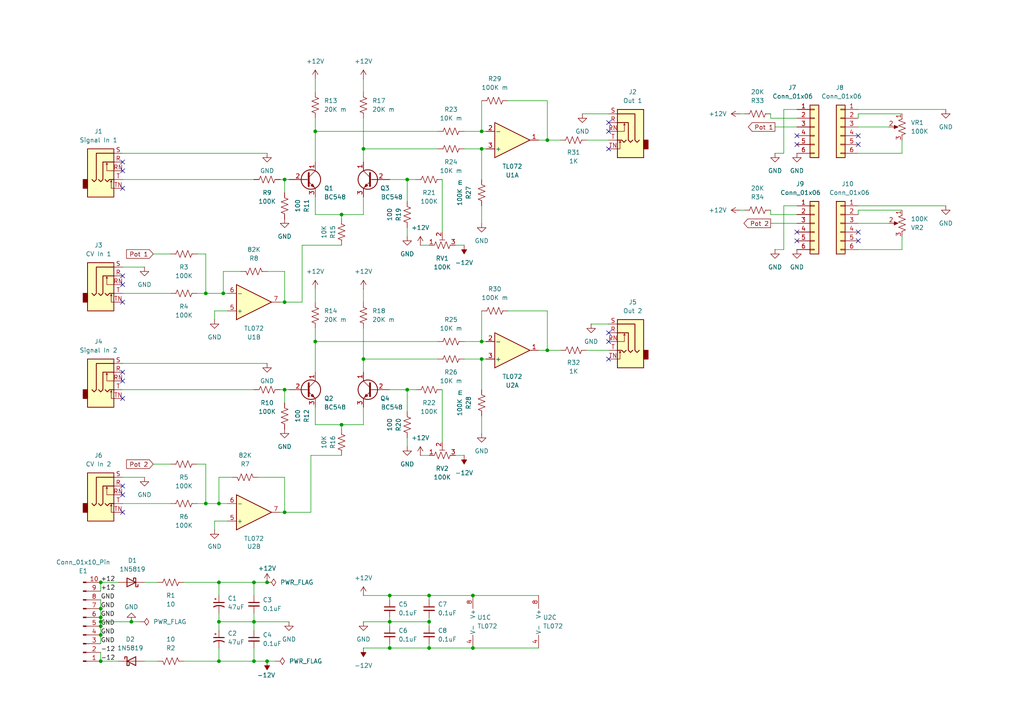
<source format=kicad_sch>
(kicad_sch (version 20231120) (generator "eeschema") (generator_version "8.0")
  (paper "A4")
  (lib_symbols
    (symbol "Amplifier_Operational:TL072" (pin_names (offset 0.127))
      (property "Reference" "U" (at 0 5.08 0))
      (property "Value" "TL072" (at 0 -5.08 0))
      (symbol "TL072_1_1"
        (pin output line (at 7.62 0 180) (length 2.54) (name "~") (number "1"))
        (pin input line (at -7.62 -2.54 0) (length 2.54) (name "-") (number "2"))
        (pin input line (at -7.62 2.54 0) (length 2.54) (name "+") (number "3"))
      )
      (symbol "TL072_2_1"
        (pin input line (at -7.62 2.54 0) (length 2.54) (name "+") (number "5"))
        (pin input line (at -7.62 -2.54 0) (length 2.54) (name "-") (number "6"))
        (pin output line (at 7.62 0 180) (length 2.54) (name "~") (number "7"))
      )
      (symbol "TL072_3_1"
        (pin power_in line (at -2.54 -7.62 90) (length 3.81) (name "V-") (number "4"))
        (pin power_in line (at -2.54 7.62 270) (length 3.81) (name "V+") (number "8"))
      )
    )
    (symbol "Connector:Conn_01x10_Pin" (pin_names (offset 1.016) hide)
      (property "Reference" "J" (at 0 12.7 0))
      (property "Value" "Conn_01x10_Pin" (at 0 -15.24 0))
      (symbol "Conn_01x10_Pin_1_1"
        (pin passive line (at 5.08 10.16 180) (length 3.81) (name "Pin_1") (number "1"))
        (pin passive line (at 5.08 -12.7 180) (length 3.81) (name "Pin_10") (number "10"))
        (pin passive line (at 5.08 7.62 180) (length 3.81) (name "Pin_2") (number "2"))
        (pin passive line (at 5.08 5.08 180) (length 3.81) (name "Pin_3") (number "3"))
        (pin passive line (at 5.08 2.54 180) (length 3.81) (name "Pin_4") (number "4"))
        (pin passive line (at 5.08 0 180) (length 3.81) (name "Pin_5") (number "5"))
        (pin passive line (at 5.08 -2.54 180) (length 3.81) (name "Pin_6") (number "6"))
        (pin passive line (at 5.08 -5.08 180) (length 3.81) (name "Pin_7") (number "7"))
        (pin passive line (at 5.08 -7.62 180) (length 3.81) (name "Pin_8") (number "8"))
        (pin passive line (at 5.08 -10.16 180) (length 3.81) (name "Pin_9") (number "9"))
      )
    )
    (symbol "Connector_Audio:AudioJack3_SwitchTR"
      (property "Reference" "J" (at 0 8.89 0))
      (property "Value" "AudioJack3_SwitchTR" (at 0 6.35 0))
      (symbol "AudioJack3_SwitchTR_1_1"
        (pin passive line (at 5.08 0 180) (length 2.54) (name "~") (number "R"))
        (pin passive line (at 5.08 -2.54 180) (length 2.54) (name "~") (number "RN"))
        (pin passive line (at 5.08 2.54 180) (length 2.54) (name "~") (number "S"))
        (pin passive line (at 5.08 -5.08 180) (length 2.54) (name "~") (number "T"))
        (pin passive line (at 5.08 -7.62 180) (length 2.54) (name "~") (number "TN"))
      )
    )
    (symbol "Connector_Generic:Conn_01x06" (pin_names (offset 1.016) hide)
      (property "Reference" "J" (at 0 7.62 0))
      (property "Value" "Conn_01x06" (at 0 -10.16 0))
      (symbol "Conn_01x06_1_1"
        (pin passive line (at -5.08 5.08 0) (length 3.81) (name "Pin_1") (number "1"))
        (pin passive line (at -5.08 2.54 0) (length 3.81) (name "Pin_2") (number "2"))
        (pin passive line (at -5.08 0 0) (length 3.81) (name "Pin_3") (number "3"))
        (pin passive line (at -5.08 -2.54 0) (length 3.81) (name "Pin_4") (number "4"))
        (pin passive line (at -5.08 -5.08 0) (length 3.81) (name "Pin_5") (number "5"))
        (pin passive line (at -5.08 -7.62 0) (length 3.81) (name "Pin_6") (number "6"))
      )
    )
    (symbol "Device:C_Polarized_Small_US" (pin_numbers hide) (pin_names (offset 0.254) hide)
      (property "Reference" "C" (at 0.254 1.778 0))
      (property "Value" "C_Polarized_Small_US" (at 0.254 -2.032 0))
      (symbol "C_Polarized_Small_US_1_1"
        (pin passive line (at 0 2.54 270) (length 2.032) (name "~") (number "1"))
        (pin passive line (at 0 -2.54 90) (length 2.032) (name "~") (number "2"))
      )
    )
    (symbol "Device:C_Small" (pin_numbers hide) (pin_names (offset 0.254) hide)
      (property "Reference" "C" (at 0.254 1.778 0))
      (property "Value" "C_Small" (at 0.254 -2.032 0))
      (symbol "C_Small_1_1"
        (pin passive line (at 0 2.54 270) (length 2.032) (name "~") (number "1"))
        (pin passive line (at 0 -2.54 90) (length 2.032) (name "~") (number "2"))
      )
    )
    (symbol "Device:R_Potentiometer_Trim_US" (pin_names (offset 1.016) hide)
      (property "Reference" "RV" (at -4.445 0 90))
      (property "Value" "R_Potentiometer_Trim_US" (at -2.54 0 90))
      (symbol "R_Potentiometer_Trim_US_1_1"
        (pin passive line (at 0 3.81 270) (length 1.27) (name "1") (number "1"))
        (pin passive line (at 3.81 0 180) (length 1.27) (name "2") (number "2"))
        (pin passive line (at 0 -3.81 90) (length 1.27) (name "3") (number "3"))
      )
    )
    (symbol "Device:R_Potentiometer_US" (pin_names (offset 1.016) hide)
      (property "Reference" "RV" (at -4.445 0 90))
      (property "Value" "R_Potentiometer_US" (at -2.54 0 90))
      (symbol "R_Potentiometer_US_1_1"
        (pin passive line (at 0 3.81 270) (length 1.27) (name "1") (number "1"))
        (pin passive line (at 3.81 0 180) (length 1.27) (name "2") (number "2"))
        (pin passive line (at 0 -3.81 90) (length 1.27) (name "3") (number "3"))
      )
    )
    (symbol "Device:R_US" (pin_numbers hide) (pin_names (offset 0))
      (property "Reference" "R" (at 2.54 0 90))
      (property "Value" "R_US" (at -2.54 0 90))
      (symbol "R_US_1_1"
        (pin passive line (at 0 3.81 270) (length 1.27) (name "~") (number "1"))
        (pin passive line (at 0 -3.81 90) (length 1.27) (name "~") (number "2"))
      )
    )
    (symbol "Diode:1N5819" (pin_numbers hide) (pin_names (offset 1.016) hide)
      (property "Reference" "D" (at 0 2.54 0))
      (property "Value" "1N5819" (at 0 -2.54 0))
      (symbol "1N5819_1_1"
        (pin passive line (at -3.81 0 0) (length 2.54) (name "K") (number "1"))
        (pin passive line (at 3.81 0 180) (length 2.54) (name "A") (number "2"))
      )
    )
    (symbol "Transistor_BJT:BC548" (pin_names (offset 0) hide)
      (property "Reference" "Q" (at 5.08 1.905 0))
      (property "Value" "BC548" (at 5.08 0 0))
      (symbol "BC548_1_1"
        (pin passive line (at 2.54 5.08 270) (length 2.54) (name "C") (number "1"))
        (pin input line (at -5.08 0 0) (length 5.08) (name "B") (number "2"))
        (pin passive line (at 2.54 -5.08 90) (length 2.54) (name "E") (number "3"))
      )
    )
    (symbol "power:+12V" (power) (pin_numbers hide) (pin_names (offset 0) hide)
      (property "Value" "+12V" (at 0 3.556 0))
      (symbol "+12V_1_1"
        (pin power_in line (at 0 0 90) (length 0) (name "~") (number "1"))
      )
    )
    (symbol "power:-12V" (power) (pin_numbers hide) (pin_names (offset 0) hide)
      (property "Value" "-12V" (at 0 3.556 0))
      (symbol "-12V_0_0"
        (pin power_in line (at 0 0 90) (length 0) (name "~") (number "1"))
      )
    )
    (symbol "power:GND" (power) (pin_numbers hide) (pin_names (offset 0) hide)
      (property "Value" "GND" (at 0 -3.81 0))
      (symbol "GND_1_1"
        (pin power_in line (at 0 0 270) (length 0) (name "~") (number "1"))
      )
    )
    (symbol "power:PWR_FLAG" (power) (pin_numbers hide) (pin_names (offset 0) hide)
      (property "Value" "PWR_FLAG" (at 0 3.81 0))
      (symbol "PWR_FLAG_0_0"
        (pin power_out line (at 0 0 90) (length 0) (name "~") (number "1"))
      )
    )
  )
  (junction (at 64.77 85.09))
  (junction (at 63.5 146.05))
  (junction (at 118.11 52.07))
  (junction (at 158.75 40.64))
  (junction (at 73.66 191.77))
  (junction (at 82.55 148.59))
  (junction (at 105.41 104.14))
  (junction (at 82.55 52.07))
  (junction (at 105.41 43.18))
  (junction (at 113.03 180.34))
  (junction (at 113.03 172.72))
  (junction (at 139.7 43.18))
  (junction (at 59.69 85.09))
  (junction (at 99.06 62.23))
  (junction (at 82.55 87.63))
  (junction (at 29.21 176.53))
  (junction (at 38.1 180.34))
  (junction (at 139.7 99.06))
  (junction (at 113.03 187.96))
  (junction (at 91.44 38.1))
  (junction (at 29.21 191.77))
  (junction (at 29.21 184.15))
  (junction (at 29.21 168.91))
  (junction (at 124.46 172.72))
  (junction (at 63.5 168.91))
  (junction (at 29.21 180.34))
  (junction (at 63.5 180.34))
  (junction (at 63.5 191.77))
  (junction (at 118.11 113.03))
  (junction (at 29.21 181.61))
  (junction (at 77.47 191.77))
  (junction (at 77.47 168.91))
  (junction (at 59.69 146.05))
  (junction (at 99.06 123.19))
  (junction (at 73.66 168.91))
  (junction (at 139.7 38.1))
  (junction (at 82.55 113.03))
  (junction (at 158.75 101.6))
  (junction (at 73.66 180.34))
  (junction (at 29.21 179.07))
  (junction (at 139.7 104.14))
  (junction (at 124.46 187.96))
  (junction (at 137.16 187.96))
  (junction (at 91.44 99.06))
  (junction (at 124.46 180.34))
  (junction (at 137.16 172.72))
  (no_connect (at 248.92 41.91))
  (no_connect (at 35.56 110.49))
  (no_connect (at 176.53 38.1))
  (no_connect (at 35.56 46.99))
  (no_connect (at 35.56 80.01))
  (no_connect (at 176.53 96.52))
  (no_connect (at 35.56 143.51))
  (no_connect (at 35.56 54.61))
  (no_connect (at 35.56 140.97))
  (no_connect (at 35.56 148.59))
  (no_connect (at 231.14 69.85))
  (no_connect (at 176.53 104.14))
  (no_connect (at 176.53 43.18))
  (no_connect (at 248.92 67.31))
  (no_connect (at 35.56 107.95))
  (no_connect (at 231.14 41.91))
  (no_connect (at 176.53 99.06))
  (no_connect (at 35.56 115.57))
  (no_connect (at 35.56 82.55))
  (no_connect (at 35.56 49.53))
  (no_connect (at 248.92 39.37))
  (no_connect (at 248.92 69.85))
  (no_connect (at 176.53 35.56))
  (no_connect (at 35.56 87.63))
  (no_connect (at 231.14 67.31))
  (no_connect (at 231.14 39.37))
  (wire (pts (xy 82.55 113.03) (xy 82.55 116.84)))
  (wire (pts (xy 91.44 57.15) (xy 91.44 62.23)))
  (wire (pts (xy 113.03 172.72) (xy 124.46 172.72)))
  (wire (pts (xy 90.17 132.08) (xy 99.06 132.08)))
  (wire (pts (xy 134.62 99.06) (xy 139.7 99.06)))
  (wire (pts (xy 156.21 101.6) (xy 158.75 101.6)))
  (wire (pts (xy 231.14 34.29) (xy 223.52 34.29)))
  (wire (pts (xy 231.14 62.23) (xy 223.52 62.23)))
  (wire (pts (xy 113.03 187.96) (xy 124.46 187.96)))
  (wire (pts (xy 63.5 177.8) (xy 63.5 180.34)))
  (wire (pts (xy 63.5 180.34) (xy 63.5 182.88)))
  (wire (pts (xy 53.34 191.77) (xy 63.5 191.77)))
  (wire (pts (xy 82.55 138.43) (xy 82.55 148.59)))
  (wire (pts (xy 118.11 52.07) (xy 120.65 52.07)))
  (wire (pts (xy 73.66 168.91) (xy 73.66 172.72)))
  (wire (pts (xy 29.21 168.91) (xy 34.29 168.91)))
  (wire (pts (xy 82.55 113.03) (xy 83.82 113.03)))
  (wire (pts (xy 124.46 179.07) (xy 124.46 180.34)))
  (wire (pts (xy 59.69 85.09) (xy 64.77 85.09)))
  (wire (pts (xy 29.21 171.45) (xy 29.21 168.91)))
  (wire (pts (xy 82.55 148.59) (xy 90.17 148.59)))
  (wire (pts (xy 105.41 104.14) (xy 127 104.14)))
  (wire (pts (xy 223.52 64.77) (xy 231.14 64.77)))
  (wire (pts (xy 59.69 73.66) (xy 59.69 85.09)))
  (wire (pts (xy 171.45 93.98) (xy 176.53 93.98)))
  (wire (pts (xy 77.47 105.41) (xy 35.56 105.41)))
  (wire (pts (xy 139.7 90.17) (xy 139.7 99.06)))
  (wire (pts (xy 35.56 113.03) (xy 73.66 113.03)))
  (wire (pts (xy 35.56 146.05) (xy 49.53 146.05)))
  (wire (pts (xy 63.5 168.91) (xy 73.66 168.91)))
  (wire (pts (xy 137.16 172.72) (xy 156.21 172.72)))
  (wire (pts (xy 73.66 187.96) (xy 73.66 191.77)))
  (wire (pts (xy 63.5 146.05) (xy 66.04 146.05)))
  (wire (pts (xy 91.44 118.11) (xy 91.44 123.19)))
  (wire (pts (xy 41.91 77.47) (xy 35.56 77.47)))
  (wire (pts (xy 99.06 124.46) (xy 99.06 123.19)))
  (wire (pts (xy 99.06 63.5) (xy 99.06 62.23)))
  (wire (pts (xy 248.92 36.83) (xy 257.81 36.83)))
  (wire (pts (xy 91.44 99.06) (xy 127 99.06)))
  (wire (pts (xy 63.5 146.05) (xy 63.5 138.43)))
  (wire (pts (xy 224.79 36.83) (xy 231.14 36.83)))
  (wire (pts (xy 63.5 138.43) (xy 67.31 138.43)))
  (wire (pts (xy 248.92 64.77) (xy 257.81 64.77)))
  (wire (pts (xy 158.75 29.21) (xy 158.75 40.64)))
  (wire (pts (xy 99.06 62.23) (xy 105.41 62.23)))
  (wire (pts (xy 139.7 104.14) (xy 140.97 104.14)))
  (wire (pts (xy 81.28 113.03) (xy 82.55 113.03)))
  (wire (pts (xy 82.55 52.07) (xy 83.82 52.07)))
  (wire (pts (xy 168.91 33.02) (xy 176.53 33.02)))
  (wire (pts (xy 113.03 113.03) (xy 118.11 113.03)))
  (wire (pts (xy 113.03 186.69) (xy 113.03 187.96)))
  (wire (pts (xy 105.41 43.18) (xy 127 43.18)))
  (wire (pts (xy 91.44 62.23) (xy 99.06 62.23)))
  (wire (pts (xy 73.66 191.77) (xy 77.47 191.77)))
  (wire (pts (xy 64.77 85.09) (xy 66.04 85.09)))
  (wire (pts (xy 214.63 60.96) (xy 215.9 60.96)))
  (wire (pts (xy 62.23 92.71) (xy 62.23 90.17)))
  (wire (pts (xy 105.41 83.82) (xy 105.41 87.63)))
  (wire (pts (xy 35.56 44.45) (xy 77.47 44.45)))
  (wire (pts (xy 132.08 132.08) (xy 134.62 132.08)))
  (wire (pts (xy 223.52 34.29) (xy 223.52 33.02)))
  (wire (pts (xy 113.03 179.07) (xy 113.03 180.34)))
  (wire (pts (xy 113.03 52.07) (xy 118.11 52.07)))
  (wire (pts (xy 261.62 33.02) (xy 248.92 33.02)))
  (wire (pts (xy 134.62 38.1) (xy 139.7 38.1)))
  (wire (pts (xy 105.41 95.25) (xy 105.41 104.14)))
  (wire (pts (xy 82.55 78.74) (xy 82.55 87.63)))
  (wire (pts (xy 64.77 78.74) (xy 69.85 78.74)))
  (wire (pts (xy 38.1 180.34) (xy 40.64 180.34)))
  (wire (pts (xy 29.21 180.34) (xy 38.1 180.34)))
  (wire (pts (xy 170.18 40.64) (xy 176.53 40.64)))
  (wire (pts (xy 63.5 180.34) (xy 73.66 180.34)))
  (wire (pts (xy 105.41 43.18) (xy 105.41 46.99)))
  (wire (pts (xy 158.75 40.64) (xy 162.56 40.64)))
  (wire (pts (xy 248.92 31.75) (xy 274.32 31.75)))
  (wire (pts (xy 105.41 57.15) (xy 105.41 62.23)))
  (wire (pts (xy 74.93 138.43) (xy 82.55 138.43)))
  (wire (pts (xy 118.11 113.03) (xy 118.11 119.38)))
  (wire (pts (xy 261.62 40.64) (xy 261.62 44.45)))
  (wire (pts (xy 35.56 85.09) (xy 49.53 85.09)))
  (wire (pts (xy 63.5 187.96) (xy 63.5 191.77)))
  (wire (pts (xy 139.7 43.18) (xy 140.97 43.18)))
  (wire (pts (xy 105.41 22.86) (xy 105.41 26.67)))
  (wire (pts (xy 121.92 71.12) (xy 124.46 71.12)))
  (wire (pts (xy 35.56 52.07) (xy 73.66 52.07)))
  (wire (pts (xy 73.66 180.34) (xy 73.66 182.88)))
  (wire (pts (xy 91.44 123.19) (xy 99.06 123.19)))
  (wire (pts (xy 227.33 31.75) (xy 227.33 44.45)))
  (wire (pts (xy 91.44 99.06) (xy 91.44 107.95)))
  (wire (pts (xy 124.46 187.96) (xy 137.16 187.96)))
  (wire (pts (xy 134.62 43.18) (xy 139.7 43.18)))
  (wire (pts (xy 227.33 44.45) (xy 224.79 44.45)))
  (wire (pts (xy 62.23 153.67) (xy 62.23 151.13)))
  (wire (pts (xy 91.44 83.82) (xy 91.44 87.63)))
  (wire (pts (xy 81.28 87.63) (xy 82.55 87.63)))
  (wire (pts (xy 73.66 168.91) (xy 77.47 168.91)))
  (wire (pts (xy 118.11 113.03) (xy 120.65 113.03)))
  (wire (pts (xy 87.63 71.12) (xy 99.06 71.12)))
  (wire (pts (xy 128.27 52.07) (xy 128.27 67.31)))
  (wire (pts (xy 137.16 187.96) (xy 156.21 187.96)))
  (wire (pts (xy 105.41 187.96) (xy 113.03 187.96)))
  (wire (pts (xy 139.7 43.18) (xy 139.7 52.07)))
  (wire (pts (xy 82.55 52.07) (xy 82.55 55.88)))
  (wire (pts (xy 147.32 29.21) (xy 158.75 29.21)))
  (wire (pts (xy 105.41 118.11) (xy 105.41 123.19)))
  (wire (pts (xy 91.44 22.86) (xy 91.44 26.67)))
  (wire (pts (xy 105.41 180.34) (xy 113.03 180.34)))
  (wire (pts (xy 132.08 71.12) (xy 134.62 71.12)))
  (wire (pts (xy 73.66 180.34) (xy 83.82 180.34)))
  (wire (pts (xy 128.27 113.03) (xy 128.27 128.27)))
  (wire (pts (xy 41.91 168.91) (xy 45.72 168.91)))
  (wire (pts (xy 134.62 104.14) (xy 139.7 104.14)))
  (wire (pts (xy 248.92 33.02) (xy 248.92 34.29)))
  (wire (pts (xy 41.91 138.43) (xy 35.56 138.43)))
  (wire (pts (xy 223.52 62.23) (xy 223.52 60.96)))
  (wire (pts (xy 29.21 186.69) (xy 29.21 184.15)))
  (wire (pts (xy 139.7 120.65) (xy 139.7 125.73)))
  (wire (pts (xy 231.14 31.75) (xy 227.33 31.75)))
  (wire (pts (xy 91.44 38.1) (xy 91.44 46.99)))
  (wire (pts (xy 118.11 127) (xy 118.11 129.54)))
  (wire (pts (xy 124.46 180.34) (xy 124.46 181.61)))
  (wire (pts (xy 63.5 168.91) (xy 63.5 172.72)))
  (wire (pts (xy 248.92 44.45) (xy 261.62 44.45)))
  (wire (pts (xy 57.15 85.09) (xy 59.69 85.09)))
  (wire (pts (xy 91.44 34.29) (xy 91.44 38.1)))
  (wire (pts (xy 139.7 59.69) (xy 139.7 64.77)))
  (wire (pts (xy 158.75 90.17) (xy 158.75 101.6)))
  (wire (pts (xy 53.34 168.91) (xy 63.5 168.91)))
  (wire (pts (xy 105.41 172.72) (xy 113.03 172.72)))
  (wire (pts (xy 82.55 87.63) (xy 87.63 87.63)))
  (wire (pts (xy 77.47 78.74) (xy 82.55 78.74)))
  (wire (pts (xy 227.33 72.39) (xy 224.79 72.39)))
  (wire (pts (xy 44.45 134.62) (xy 49.53 134.62)))
  (wire (pts (xy 139.7 29.21) (xy 139.7 38.1)))
  (wire (pts (xy 158.75 101.6) (xy 162.56 101.6)))
  (wire (pts (xy 105.41 34.29) (xy 105.41 43.18)))
  (wire (pts (xy 118.11 52.07) (xy 118.11 58.42)))
  (wire (pts (xy 29.21 176.53) (xy 29.21 173.99)))
  (wire (pts (xy 248.92 60.96) (xy 248.92 62.23)))
  (wire (pts (xy 118.11 66.04) (xy 118.11 68.58)))
  (wire (pts (xy 81.28 52.07) (xy 82.55 52.07)))
  (wire (pts (xy 59.69 134.62) (xy 59.69 146.05)))
  (wire (pts (xy 73.66 177.8) (xy 73.66 180.34)))
  (wire (pts (xy 44.45 73.66) (xy 49.53 73.66)))
  (wire (pts (xy 113.03 180.34) (xy 124.46 180.34)))
  (wire (pts (xy 57.15 73.66) (xy 59.69 73.66)))
  (wire (pts (xy 156.21 40.64) (xy 158.75 40.64)))
  (wire (pts (xy 227.33 59.69) (xy 227.33 72.39)))
  (wire (pts (xy 90.17 132.08) (xy 90.17 148.59)))
  (wire (pts (xy 170.18 101.6) (xy 176.53 101.6)))
  (wire (pts (xy 63.5 191.77) (xy 73.66 191.77)))
  (wire (pts (xy 113.03 172.72) (xy 113.03 173.99)))
  (wire (pts (xy 139.7 99.06) (xy 140.97 99.06)))
  (wire (pts (xy 99.06 123.19) (xy 105.41 123.19)))
  (wire (pts (xy 124.46 172.72) (xy 124.46 173.99)))
  (wire (pts (xy 214.63 33.02) (xy 215.9 33.02)))
  (wire (pts (xy 66.04 90.17) (xy 62.23 90.17)))
  (wire (pts (xy 81.28 148.59) (xy 82.55 148.59)))
  (wire (pts (xy 77.47 191.77) (xy 80.01 191.77)))
  (wire (pts (xy 91.44 95.25) (xy 91.44 99.06)))
  (wire (pts (xy 29.21 179.07) (xy 29.21 176.53)))
  (wire (pts (xy 113.03 180.34) (xy 113.03 181.61)))
  (wire (pts (xy 105.41 104.14) (xy 105.41 107.95)))
  (wire (pts (xy 248.92 59.69) (xy 274.32 59.69)))
  (wire (pts (xy 261.62 68.58) (xy 261.62 72.39)))
  (wire (pts (xy 139.7 38.1) (xy 140.97 38.1)))
  (wire (pts (xy 91.44 38.1) (xy 127 38.1)))
  (wire (pts (xy 29.21 180.34) (xy 29.21 181.61)))
  (wire (pts (xy 261.62 60.96) (xy 248.92 60.96)))
  (wire (pts (xy 139.7 104.14) (xy 139.7 113.03)))
  (wire (pts (xy 64.77 78.74) (xy 64.77 85.09)))
  (wire (pts (xy 87.63 71.12) (xy 87.63 87.63)))
  (wire (pts (xy 147.32 90.17) (xy 158.75 90.17)))
  (wire (pts (xy 29.21 184.15) (xy 29.21 181.61)))
  (wire (pts (xy 261.62 72.39) (xy 248.92 72.39)))
  (wire (pts (xy 57.15 134.62) (xy 59.69 134.62)))
  (wire (pts (xy 231.14 59.69) (xy 227.33 59.69)))
  (wire (pts (xy 66.04 151.13) (xy 62.23 151.13)))
  (wire (pts (xy 59.69 146.05) (xy 63.5 146.05)))
  (wire (pts (xy 29.21 191.77) (xy 29.21 189.23)))
  (wire (pts (xy 29.21 191.77) (xy 34.29 191.77)))
  (wire (pts (xy 124.46 186.69) (xy 124.46 187.96)))
  (wire (pts (xy 41.91 191.77) (xy 45.72 191.77)))
  (wire (pts (xy 121.92 132.08) (xy 124.46 132.08)))
  (wire (pts (xy 57.15 146.05) (xy 59.69 146.05)))
  (wire (pts (xy 29.21 179.07) (xy 29.21 180.34)))
  (wire (pts (xy 124.46 172.72) (xy 137.16 172.72)))
  (label "+12" (at 29.21 171.45 0))
  (label "GND" (at 29.21 186.69 0))
  (label "GND" (at 29.21 181.61 0))
  (label "+12" (at 29.21 168.91 0))
  (label "GND" (at 29.21 179.07 0))
  (label "-12" (at 29.21 189.23 0))
  (label "GND" (at 29.21 176.53 0))
  (label "GND" (at 29.21 173.99 0))
  (label "GND" (at 29.21 184.15 0))
  (label "-12" (at 29.21 191.77 0))
  (global_label "Pot 1" (shape input) (at 44.45 73.66 180) (property "Intersheetrefs" "${INTERSHEET_REFS}" (effects (hide yes))))
  (global_label "Pot 1" (shape output) (at 224.79 36.83 180) (property "Intersheetrefs" "${INTERSHEET_REFS}" (effects (hide yes))))
  (global_label "Pot 2" (shape output) (at 223.52 64.77 180) (property "Intersheetrefs" "${INTERSHEET_REFS}" (effects (hide yes))))
  (global_label "Pot 2" (shape input) (at 44.45 134.62 180) (property "Intersheetrefs" "${INTERSHEET_REFS}" (effects (hide yes))))
  (symbol (lib_id "Device:R_US") (at 53.34 85.09 90) (unit 1)
    (property "Reference" "R4" (at 53.34 88.9 90))
    (property "Value" "100K" (at 53.34 91.44 90))
    (property "Footprint" "AO_tht:R_Axial_DIN0207_L6.3mm_D2.5mm_P10.16mm_Horizontal" (effects (hide yes)))
    (property "Description" "Resistor, US symbol" (effects (hide yes)))
  )
  (symbol (lib_id "power:GND") (at 82.55 124.46 0) (unit 1)
    (property "Reference" "#PWR011" (effects (hide yes)))
    (property "Value" "GND" (at 82.55 129.54 0))
    (property "Description" "Power symbol creates a global label with name \"GND\" , ground" (effects (hide yes)))
  )
  (symbol (lib_id "power:+12V") (at 91.44 22.86 0) (unit 1)
    (property "Reference" "#PWR013" (effects (hide yes)))
    (property "Value" "+12V" (at 91.44 17.78 0))
    (property "Description" "Power symbol creates a global label with name \"+12V\"" (effects (hide yes)))
  )
  (symbol (lib_id "power:GND") (at 41.91 77.47 0) (unit 1)
    (property "Reference" "#PWR02" (effects (hide yes)))
    (property "Value" "GND" (at 41.91 82.55 0))
    (property "Description" "Power symbol creates a global label with name \"GND\" , ground" (effects (hide yes)))
  )
  (symbol (lib_id "Device:R_US") (at 130.81 104.14 90) (unit 1)
    (property "Reference" "R26" (at 130.81 107.95 90))
    (property "Value" "10K m" (at 130.81 110.49 90))
    (property "Footprint" "AO_tht:R_Axial_DIN0207_L6.3mm_D2.5mm_P10.16mm_Horizontal" (effects (hide yes)))
    (property "Description" "Resistor, US symbol" (effects (hide yes)))
  )
  (symbol (lib_id "Device:R_US") (at 53.34 73.66 90) (unit 1)
    (property "Reference" "R3" (at 53.34 77.47 90))
    (property "Value" "100K" (at 53.34 80.01 90))
    (property "Footprint" "AO_tht:R_Axial_DIN0207_L6.3mm_D2.5mm_P10.16mm_Horizontal" (effects (hide yes)))
    (property "Description" "Resistor, US symbol" (effects (hide yes)))
  )
  (symbol (lib_id "power:GND") (at 62.23 92.71 0) (mirror y) (unit 1)
    (property "Reference" "#PWR04" (effects (hide yes)))
    (property "Value" "GND" (at 62.23 97.79 0))
    (property "Description" "Power symbol creates a global label with name \"GND\" , ground" (effects (hide yes)))
  )
  (symbol (lib_id "power:GND") (at 118.11 129.54 0) (unit 1)
    (property "Reference" "#PWR021" (effects (hide yes)))
    (property "Value" "GND" (at 118.11 134.62 0))
    (property "Description" "Power symbol creates a global label with name \"GND\" , ground" (effects (hide yes)))
  )
  (symbol (lib_id "Device:R_US") (at 118.11 123.19 0) (unit 1)
    (property "Reference" "R20" (at 115.57 123.19 90))
    (property "Value" "100" (at 113.03 123.19 90))
    (property "Footprint" "AO_tht:R_Axial_DIN0207_L6.3mm_D2.5mm_P10.16mm_Horizontal" (effects (hide yes)))
    (property "Description" "Resistor, US symbol" (effects (hide yes)))
  )
  (symbol (lib_id "power:GND") (at 83.82 180.34 0) (unit 1)
    (property "Reference" "#PWR012" (effects (hide yes)))
    (property "Value" "GND" (at 83.82 185.42 0))
    (property "Description" "Power symbol creates a global label with name \"GND\" , ground" (effects (hide yes)))
  )
  (symbol (lib_id "power:+12V") (at 214.63 33.02 90) (unit 1)
    (property "Reference" "#PWR030" (effects (hide yes)))
    (property "Value" "+12V" (at 210.82 33.0199 90) (effects (justify left)))
    (property "Description" "Power symbol creates a global label with name \"+12V\"" (effects (hide yes)))
  )
  (symbol (lib_id "power:+12V") (at 77.47 168.91 0) (mirror y) (unit 1)
    (property "Reference" "#PWR08" (effects (hide yes)))
    (property "Value" "+12V" (at 77.47 164.846 0))
    (property "Description" "Power symbol creates a global label with name \"+12V\"" (effects (hide yes)))
  )
  (symbol (lib_id "power:GND") (at 77.47 44.45 0) (unit 1)
    (property "Reference" "#PWR06" (effects (hide yes)))
    (property "Value" "GND" (at 77.47 49.53 0))
    (property "Description" "Power symbol creates a global label with name \"GND\" , ground" (effects (hide yes)))
  )
  (symbol (lib_id "power:+12V") (at 121.92 71.12 0) (unit 1)
    (property "Reference" "#PWR022" (effects (hide yes)))
    (property "Value" "+12V" (at 121.92 66.04 0))
    (property "Description" "Power symbol creates a global label with name \"+12V\"" (effects (hide yes)))
  )
  (symbol (lib_id "Device:R_US") (at 53.34 134.62 90) (unit 1)
    (property "Reference" "R5" (at 53.34 138.43 90))
    (property "Value" "100K" (at 53.34 140.97 90))
    (property "Footprint" "AO_tht:R_Axial_DIN0207_L6.3mm_D2.5mm_P10.16mm_Horizontal" (effects (hide yes)))
    (property "Description" "Resistor, US symbol" (effects (hide yes)))
  )
  (symbol (lib_id "power:PWR_FLAG") (at 80.01 191.77 270) (mirror x) (unit 1)
    (property "Reference" "#FLG03" (effects (hide yes)))
    (property "Value" "PWR_FLAG" (at 83.82 191.7701 90) (effects (justify left)))
    (property "Description" "Special symbol for telling ERC where power comes from" (effects (hide yes)))
  )
  (symbol (lib_id "Amplifier_Operational:TL072") (at 148.59 40.64 0) (mirror x) (unit 1)
    (property "Reference" "U1" (at 148.59 50.8 0))
    (property "Value" "TL072" (at 148.59 48.26 0))
    (property "Footprint" "4ms_Package_DIP:DIP-8pin_TH" (effects (hide yes)))
    (property "Datasheet" "http://www.ti.com/lit/ds/symlink/tl071.pdf" (effects (hide yes)))
    (property "Description" "Dual Low-Noise JFET-Input Operational Amplifiers, DIP-8/SOIC-8" (effects (hide yes)))
  )
  (symbol (lib_id "Device:R_US") (at 166.37 40.64 90) (unit 1)
    (property "Reference" "R31" (at 166.37 44.196 90))
    (property "Value" "1K" (at 166.37 46.736 90))
    (property "Footprint" "AO_tht:R_Axial_DIN0207_L6.3mm_D2.5mm_P10.16mm_Horizontal" (effects (hide yes)))
    (property "Description" "Resistor, US symbol" (effects (hide yes)))
  )
  (symbol (lib_id "Device:R_US") (at 91.44 91.44 0) (unit 1)
    (property "Reference" "R14" (at 93.98 90.1699 0) (effects (justify left)))
    (property "Value" "20K m" (at 93.98 92.7099 0) (effects (justify left)))
    (property "Footprint" "AO_tht:R_Axial_DIN0207_L6.3mm_D2.5mm_P10.16mm_Horizontal" (effects (hide yes)))
    (property "Description" "Resistor, US symbol" (effects (hide yes)))
  )
  (symbol (lib_id "power:+12V") (at 105.41 83.82 0) (unit 1)
    (property "Reference" "#PWR016" (effects (hide yes)))
    (property "Value" "+12V" (at 105.41 78.74 0))
    (property "Description" "Power symbol creates a global label with name \"+12V\"" (effects (hide yes)))
  )
  (symbol (lib_id "Amplifier_Operational:TL072") (at 73.66 87.63 0) (mirror x) (unit 2)
    (property "Reference" "U1" (at 73.66 97.79 0))
    (property "Value" "TL072" (at 73.66 95.25 0))
    (property "Footprint" "4ms_Package_DIP:DIP-8pin_TH" (effects (hide yes)))
    (property "Datasheet" "http://www.ti.com/lit/ds/symlink/tl071.pdf" (effects (hide yes)))
    (property "Description" "Dual Low-Noise JFET-Input Operational Amplifiers, DIP-8/SOIC-8" (effects (hide yes)))
  )
  (symbol (lib_id "Connector_Audio:AudioJack3_SwitchTR") (at 30.48 80.01 0) (unit 1)
    (property "Reference" "J3" (at 28.575 71.12 0))
    (property "Value" "CV In 1" (at 28.575 73.66 0))
    (property "Footprint" "AO_tht:Jack_6.35mm_PJ_629HAN" (effects (hide yes)))
    (property "Description" "Audio Jack, 3 Poles (Stereo / TRS), Switched TR Poles (Normalling)" (effects (hide yes)))
  )
  (symbol (lib_id "Device:C_Polarized_Small_US") (at 63.5 185.42 0) (unit 1)
    (property "Reference" "C2" (at 66.04 183.7181 0) (effects (justify left)))
    (property "Value" "47uF" (at 66.04 186.2581 0) (effects (justify left)))
    (property "Footprint" "Capacitor_THT:CP_Radial_D5.0mm_P2.50mm" (effects (hide yes)))
    (property "Description" "Polarized capacitor, small US symbol" (effects (hide yes)))
  )
  (symbol (lib_id "Connector_Audio:AudioJack3_SwitchTR") (at 30.48 107.95 0) (unit 1)
    (property "Reference" "J4" (at 28.575 99.06 0))
    (property "Value" "Signal In 2" (at 28.575 101.6 0))
    (property "Footprint" "AO_tht:Jack_6.35mm_PJ_629HAN" (effects (hide yes)))
    (property "Description" "Audio Jack, 3 Poles (Stereo / TRS), Switched TR Poles (Normalling)" (effects (hide yes)))
  )
  (symbol (lib_id "power:GND") (at 139.7 125.73 0) (unit 1)
    (property "Reference" "#PWR027" (effects (hide yes)))
    (property "Value" "GND" (at 139.7 130.81 0))
    (property "Description" "Power symbol creates a global label with name \"GND\" , ground" (effects (hide yes)))
  )
  (symbol (lib_id "power:GND") (at 274.32 31.75 0) (unit 1)
    (property "Reference" "#PWR032" (effects (hide yes)))
    (property "Value" "GND" (at 274.32 36.83 0))
    (property "Description" "Power symbol creates a global label with name \"GND\" , ground" (effects (hide yes)))
  )
  (symbol (lib_id "Device:C_Small") (at 124.46 176.53 0) (unit 1)
    (property "Reference" "C7" (at 127 175.2662 0) (effects (justify left)))
    (property "Value" "0.1uF" (at 127 177.8062 0) (effects (justify left)))
    (property "Footprint" "AO_tht:C_Disc_D3.0mm_W1.6mm_P2.50mm" (effects (hide yes)))
    (property "Description" "Unpolarized capacitor, small symbol" (effects (hide yes)))
  )
  (symbol (lib_id "power:GND") (at 231.14 44.45 0) (unit 1)
    (property "Reference" "#PWR034" (effects (hide yes)))
    (property "Value" "GND" (at 231.14 49.53 0))
    (property "Description" "Power symbol creates a global label with name \"GND\" , ground" (effects (hide yes)))
  )
  (symbol (lib_id "Device:R_US") (at 49.53 168.91 90) (unit 1)
    (property "Reference" "R1" (at 49.53 172.72 90))
    (property "Value" "10" (at 49.53 175.26 90))
    (property "Footprint" "AO_tht:R_Axial_DIN0207_L6.3mm_D2.5mm_P10.16mm_Horizontal" (effects (hide yes)))
    (property "Description" "Resistor, US symbol" (effects (hide yes)))
  )
  (symbol (lib_id "Device:R_Potentiometer_US") (at 261.62 64.77 0) (mirror y) (unit 1)
    (property "Reference" "VR2" (at 264.16 66.0401 0) (effects (justify right)))
    (property "Value" "100K" (at 264.16 63.5001 0) (effects (justify right)))
    (property "Footprint" "AO_tht:Potentiometer_Alpha_RD901F-40-00D_Single_Vertical" (effects (hide yes)))
    (property "Description" "Potentiometer, US symbol" (effects (hide yes)))
  )
  (symbol (lib_id "power:GND") (at 224.79 44.45 0) (unit 1)
    (property "Reference" "#PWR035" (effects (hide yes)))
    (property "Value" "GND" (at 224.79 49.53 0))
    (property "Description" "Power symbol creates a global label with name \"GND\" , ground" (effects (hide yes)))
  )
  (symbol (lib_id "Device:R_US") (at 77.47 113.03 90) (unit 1)
    (property "Reference" "R10" (at 77.47 116.84 90))
    (property "Value" "100K" (at 77.47 119.38 90))
    (property "Footprint" "AO_tht:R_Axial_DIN0207_L6.3mm_D2.5mm_P10.16mm_Horizontal" (effects (hide yes)))
    (property "Description" "Resistor, US symbol" (effects (hide yes)))
  )
  (symbol (lib_id "Device:R_US") (at 130.81 99.06 90) (unit 1)
    (property "Reference" "R25" (at 130.81 92.71 90))
    (property "Value" "10K m" (at 130.81 95.25 90))
    (property "Footprint" "AO_tht:R_Axial_DIN0207_L6.3mm_D2.5mm_P10.16mm_Horizontal" (effects (hide yes)))
    (property "Description" "Resistor, US symbol" (effects (hide yes)))
  )
  (symbol (lib_id "power:GND") (at 168.91 33.02 0) (unit 1)
    (property "Reference" "#PWR028" (effects (hide yes)))
    (property "Value" "GND" (at 168.91 38.1 0))
    (property "Description" "Power symbol creates a global label with name \"GND\" , ground" (effects (hide yes)))
  )
  (symbol (lib_id "Amplifier_Operational:TL072") (at 73.66 148.59 0) (mirror x) (unit 2)
    (property "Reference" "U2" (at 73.66 158.496 0))
    (property "Value" "TL072" (at 73.66 156.21 0))
    (property "Footprint" "4ms_Package_DIP:DIP-8pin_TH" (effects (hide yes)))
    (property "Datasheet" "http://www.ti.com/lit/ds/symlink/tl071.pdf" (effects (hide yes)))
    (property "Description" "Dual Low-Noise JFET-Input Operational Amplifiers, DIP-8/SOIC-8" (effects (hide yes)))
  )
  (symbol (lib_id "Transistor_BJT:BC548") (at 88.9 52.07 0) (unit 1)
    (property "Reference" "Q1" (at 93.98 54.61 0) (effects (justify left)))
    (property "Value" "BC548" (at 93.98 57.15 0) (effects (justify left)))
    (property "Footprint" "Package_TO_SOT_THT:TO-92_Inline" (effects (hide yes)))
    (property "Datasheet" "https://www.onsemi.com/pub/Collateral/BC550-D.pdf" (effects (hide yes)))
    (property "Description" "0.1A Ic, 30V Vce, Small Signal NPN Transistor, TO-92" (effects (hide yes)))
  )
  (symbol (lib_id "Device:R_US") (at 166.37 101.6 90) (unit 1)
    (property "Reference" "R32" (at 166.37 105.156 90))
    (property "Value" "1K" (at 166.37 107.696 90))
    (property "Footprint" "AO_tht:R_Axial_DIN0207_L6.3mm_D2.5mm_P10.16mm_Horizontal" (effects (hide yes)))
    (property "Description" "Resistor, US symbol" (effects (hide yes)))
  )
  (symbol (lib_id "Diode:1N5819") (at 38.1 191.77 0) (unit 1)
    (property "Reference" "D2" (at 37.7825 185.42 0))
    (property "Value" "1N5819" (at 37.7825 187.96 0))
    (property "Footprint" "Diode_THT:D_DO-41_SOD81_P10.16mm_Horizontal" (effects (hide yes)))
    (property "Datasheet" "http://www.vishay.com/docs/88525/1n5817.pdf" (effects (hide yes)))
    (property "Description" "40V 1A Schottky Barrier Rectifier Diode, DO-41" (effects (hide yes)))
  )
  (symbol (lib_id "power:+12V") (at 105.41 172.72 0) (unit 1)
    (property "Reference" "#PWR017" (effects (hide yes)))
    (property "Value" "+12V" (at 105.41 167.64 0))
    (property "Description" "Power symbol creates a global label with name \"+12V\"" (effects (hide yes)))
  )
  (symbol (lib_id "power:+12V") (at 121.92 132.08 0) (unit 1)
    (property "Reference" "#PWR023" (effects (hide yes)))
    (property "Value" "+12V" (at 121.92 127 0))
    (property "Description" "Power symbol creates a global label with name \"+12V\"" (effects (hide yes)))
  )
  (symbol (lib_id "Device:R_US") (at 124.46 113.03 90) (unit 1)
    (property "Reference" "R22" (at 124.46 116.84 90))
    (property "Value" "100K" (at 124.46 119.38 90))
    (property "Footprint" "AO_tht:R_Axial_DIN0207_L6.3mm_D2.5mm_P10.16mm_Horizontal" (effects (hide yes)))
    (property "Description" "Resistor, US symbol" (effects (hide yes)))
  )
  (symbol (lib_id "power:GND") (at 41.91 138.43 0) (unit 1)
    (property "Reference" "#PWR03" (effects (hide yes)))
    (property "Value" "GND" (at 41.91 143.51 0))
    (property "Description" "Power symbol creates a global label with name \"GND\" , ground" (effects (hide yes)))
  )
  (symbol (lib_id "Device:R_US") (at 49.53 191.77 90) (mirror x) (unit 1)
    (property "Reference" "R2" (at 49.53 187.96 90))
    (property "Value" "10" (at 49.53 185.42 90))
    (property "Footprint" "AO_tht:R_Axial_DIN0207_L6.3mm_D2.5mm_P10.16mm_Horizontal" (effects (hide yes)))
    (property "Description" "Resistor, US symbol" (effects (hide yes)))
  )
  (symbol (lib_id "power:PWR_FLAG") (at 40.64 180.34 270) (mirror x) (unit 1)
    (property "Reference" "#FLG01" (effects (hide yes)))
    (property "Value" "PWR_FLAG" (at 44.45 180.3401 90) (effects (justify left)))
    (property "Description" "Special symbol for telling ERC where power comes from" (effects (hide yes)))
  )
  (symbol (lib_id "Device:C_Small") (at 113.03 184.15 0) (unit 1)
    (property "Reference" "C6" (at 115.57 182.8862 0) (effects (justify left)))
    (property "Value" "0.1uF" (at 115.57 185.4262 0) (effects (justify left)))
    (property "Footprint" "AO_tht:C_Disc_D3.0mm_W1.6mm_P2.50mm" (effects (hide yes)))
    (property "Description" "Unpolarized capacitor, small symbol" (effects (hide yes)))
  )
  (symbol (lib_id "Device:R_US") (at 105.41 91.44 0) (unit 1)
    (property "Reference" "R18" (at 107.95 90.1699 0) (effects (justify left)))
    (property "Value" "20K m" (at 107.95 92.7099 0) (effects (justify left)))
    (property "Footprint" "AO_tht:R_Axial_DIN0207_L6.3mm_D2.5mm_P10.16mm_Horizontal" (effects (hide yes)))
    (property "Description" "Resistor, US symbol" (effects (hide yes)))
  )
  (symbol (lib_id "Diode:1N5819") (at 38.1 168.91 180) (unit 1)
    (property "Reference" "D1" (at 38.4175 162.56 0))
    (property "Value" "1N5819" (at 38.4175 165.1 0))
    (property "Footprint" "Diode_THT:D_DO-41_SOD81_P10.16mm_Horizontal" (effects (hide yes)))
    (property "Datasheet" "http://www.vishay.com/docs/88525/1n5817.pdf" (effects (hide yes)))
    (property "Description" "40V 1A Schottky Barrier Rectifier Diode, DO-41" (effects (hide yes)))
  )
  (symbol (lib_id "Device:R_US") (at 99.06 67.31 0) (unit 1)
    (property "Reference" "R15" (at 96.52 67.31 90))
    (property "Value" "10K" (at 93.98 67.31 90))
    (property "Footprint" "AO_tht:R_Axial_DIN0207_L6.3mm_D2.5mm_P10.16mm_Horizontal" (effects (hide yes)))
    (property "Description" "Resistor, US symbol" (effects (hide yes)))
  )
  (symbol (lib_id "Device:R_US") (at 73.66 78.74 90) (mirror x) (unit 1)
    (property "Reference" "R8" (at 73.66 74.93 90))
    (property "Value" "82K" (at 73.66 72.39 90))
    (property "Footprint" "AO_tht:R_Axial_DIN0207_L6.3mm_D2.5mm_P10.16mm_Horizontal" (effects (hide yes)))
    (property "Description" "Resistor, US symbol" (effects (hide yes)))
  )
  (symbol (lib_id "power:GND") (at 231.14 72.39 0) (unit 1)
    (property "Reference" "#PWR036" (effects (hide yes)))
    (property "Value" "GND" (at 231.14 77.47 0))
    (property "Description" "Power symbol creates a global label with name \"GND\" , ground" (effects (hide yes)))
  )
  (symbol (lib_id "Device:R_US") (at 130.81 38.1 90) (unit 1)
    (property "Reference" "R23" (at 130.81 31.75 90))
    (property "Value" "10K m" (at 130.81 34.29 90))
    (property "Footprint" "AO_tht:R_Axial_DIN0207_L6.3mm_D2.5mm_P10.16mm_Horizontal" (effects (hide yes)))
    (property "Description" "Resistor, US symbol" (effects (hide yes)))
  )
  (symbol (lib_id "Device:R_US") (at 143.51 90.17 90) (unit 1)
    (property "Reference" "R30" (at 143.51 83.82 90))
    (property "Value" "100K m" (at 143.51 86.36 90))
    (property "Footprint" "AO_tht:R_Axial_DIN0207_L6.3mm_D2.5mm_P10.16mm_Horizontal" (effects (hide yes)))
    (property "Description" "Resistor, US symbol" (effects (hide yes)))
  )
  (symbol (lib_id "Device:R_US") (at 219.71 33.02 270) (unit 1)
    (property "Reference" "R33" (at 219.71 29.21 90))
    (property "Value" "20K" (at 219.71 26.67 90))
    (property "Footprint" "AO_tht:R_Axial_DIN0207_L6.3mm_D2.5mm_P10.16mm_Horizontal" (effects (hide yes)))
    (property "Description" "Resistor, US symbol" (effects (hide yes)))
  )
  (symbol (lib_id "Device:R_US") (at 219.71 60.96 270) (unit 1)
    (property "Reference" "R34" (at 219.71 57.15 90))
    (property "Value" "20K" (at 219.71 54.61 90))
    (property "Footprint" "AO_tht:R_Axial_DIN0207_L6.3mm_D2.5mm_P10.16mm_Horizontal" (effects (hide yes)))
    (property "Description" "Resistor, US symbol" (effects (hide yes)))
  )
  (symbol (lib_id "power:-12V") (at 134.62 71.12 180) (unit 1)
    (property "Reference" "#PWR024" (effects (hide yes)))
    (property "Value" "-12V" (at 134.62 76.2 0))
    (property "Description" "Power symbol creates a global label with name \"-12V\"" (effects (hide yes)))
  )
  (symbol (lib_id "Device:R_US") (at 99.06 128.27 0) (unit 1)
    (property "Reference" "R16" (at 96.52 128.27 90))
    (property "Value" "10K" (at 93.98 128.27 90))
    (property "Footprint" "AO_tht:R_Axial_DIN0207_L6.3mm_D2.5mm_P10.16mm_Horizontal" (effects (hide yes)))
    (property "Description" "Resistor, US symbol" (effects (hide yes)))
  )
  (symbol (lib_id "Device:R_US") (at 82.55 120.65 0) (unit 1)
    (property "Reference" "R12" (at 88.9 120.65 90))
    (property "Value" "100" (at 86.36 120.65 90))
    (property "Footprint" "AO_tht:R_Axial_DIN0207_L6.3mm_D2.5mm_P10.16mm_Horizontal" (effects (hide yes)))
    (property "Description" "Resistor, US symbol" (effects (hide yes)))
  )
  (symbol (lib_id "power:+12V") (at 214.63 60.96 90) (unit 1)
    (property "Reference" "#PWR031" (effects (hide yes)))
    (property "Value" "+12V" (at 210.82 60.9599 90) (effects (justify left)))
    (property "Description" "Power symbol creates a global label with name \"+12V\"" (effects (hide yes)))
  )
  (symbol (lib_id "power:-12V") (at 77.47 191.77 0) (mirror x) (unit 1)
    (property "Reference" "#PWR09" (effects (hide yes)))
    (property "Value" "-12V" (at 77.216 195.834 0))
    (property "Description" "Power symbol creates a global label with name \"-12V\"" (effects (hide yes)))
  )
  (symbol (lib_id "Device:C_Polarized_Small_US") (at 63.5 175.26 0) (unit 1)
    (property "Reference" "C1" (at 66.04 173.5581 0) (effects (justify left)))
    (property "Value" "47uF" (at 66.04 176.0981 0) (effects (justify left)))
    (property "Footprint" "Capacitor_THT:CP_Radial_D5.0mm_P2.50mm" (effects (hide yes)))
    (property "Description" "Polarized capacitor, small US symbol" (effects (hide yes)))
  )
  (symbol (lib_id "Device:R_US") (at 139.7 55.88 0) (unit 1)
    (property "Reference" "R27" (at 135.89 55.88 90))
    (property "Value" "100K m" (at 133.35 55.88 90))
    (property "Footprint" "AO_tht:R_Axial_DIN0207_L6.3mm_D2.5mm_P10.16mm_Horizontal" (effects (hide yes)))
    (property "Description" "Resistor, US symbol" (effects (hide yes)))
  )
  (symbol (lib_id "Connector_Audio:AudioJack3_SwitchTR") (at 181.61 96.52 0) (mirror y) (unit 1)
    (property "Reference" "J5" (at 183.515 87.63 0))
    (property "Value" "Out 2" (at 183.515 90.17 0))
    (property "Footprint" "AO_tht:Jack_6.35mm_PJ_629HAN" (effects (hide yes)))
    (property "Description" "Audio Jack, 3 Poles (Stereo / TRS), Switched TR Poles (Normalling)" (effects (hide yes)))
  )
  (symbol (lib_id "Connector_Generic:Conn_01x06") (at 243.84 36.83 0) (mirror y) (unit 1)
    (property "Reference" "J8" (at 243.586 25.4 0))
    (property "Value" "Conn_01x06" (at 244.094 27.94 0))
    (property "Footprint" "Connector_PinHeader_2.54mm:PinHeader_1x06_P2.54mm_Vertical" (effects (hide yes)))
    (property "Description" "Generic connector, single row, 01x06, script generated (kicad-library-utils/schlib/autogen/connector/)" (effects (hide yes)))
  )
  (symbol (lib_id "Connector_Audio:AudioJack3_SwitchTR") (at 30.48 140.97 0) (unit 1)
    (property "Reference" "J6" (at 28.575 132.08 0))
    (property "Value" "CV In 2" (at 28.575 134.62 0))
    (property "Footprint" "AO_tht:Jack_6.35mm_PJ_629HAN" (effects (hide yes)))
    (property "Description" "Audio Jack, 3 Poles (Stereo / TRS), Switched TR Poles (Normalling)" (effects (hide yes)))
  )
  (symbol (lib_id "Connector_Audio:AudioJack3_SwitchTR") (at 30.48 46.99 0) (unit 1)
    (property "Reference" "J1" (at 28.575 38.1 0))
    (property "Value" "Signal In 1" (at 28.575 40.64 0))
    (property "Footprint" "AO_tht:Jack_6.35mm_PJ_629HAN" (effects (hide yes)))
    (property "Description" "Audio Jack, 3 Poles (Stereo / TRS), Switched TR Poles (Normalling)" (effects (hide yes)))
  )
  (symbol (lib_id "power:GND") (at 139.7 64.77 0) (unit 1)
    (property "Reference" "#PWR026" (effects (hide yes)))
    (property "Value" "GND" (at 139.7 69.85 0))
    (property "Description" "Power symbol creates a global label with name \"GND\" , ground" (effects (hide yes)))
  )
  (symbol (lib_id "power:GND") (at 82.55 63.5 0) (unit 1)
    (property "Reference" "#PWR010" (effects (hide yes)))
    (property "Value" "GND" (at 82.55 68.58 0))
    (property "Description" "Power symbol creates a global label with name \"GND\" , ground" (effects (hide yes)))
  )
  (symbol (lib_id "Device:R_US") (at 77.47 52.07 90) (unit 1)
    (property "Reference" "R9" (at 77.47 55.88 90))
    (property "Value" "100K" (at 77.47 58.42 90))
    (property "Footprint" "AO_tht:R_Axial_DIN0207_L6.3mm_D2.5mm_P10.16mm_Horizontal" (effects (hide yes)))
    (property "Description" "Resistor, US symbol" (effects (hide yes)))
  )
  (symbol (lib_id "Transistor_BJT:BC548") (at 88.9 113.03 0) (unit 1)
    (property "Reference" "Q2" (at 93.98 115.57 0) (effects (justify left)))
    (property "Value" "BC548" (at 93.98 118.11 0) (effects (justify left)))
    (property "Footprint" "Package_TO_SOT_THT:TO-92_Inline" (effects (hide yes)))
    (property "Datasheet" "https://www.onsemi.com/pub/Collateral/BC550-D.pdf" (effects (hide yes)))
    (property "Description" "0.1A Ic, 30V Vce, Small Signal NPN Transistor, TO-92" (effects (hide yes)))
  )
  (symbol (lib_id "Device:R_US") (at 105.41 30.48 0) (unit 1)
    (property "Reference" "R17" (at 107.95 29.2099 0) (effects (justify left)))
    (property "Value" "20K m" (at 107.95 31.7499 0) (effects (justify left)))
    (property "Footprint" "AO_tht:R_Axial_DIN0207_L6.3mm_D2.5mm_P10.16mm_Horizontal" (effects (hide yes)))
    (property "Description" "Resistor, US symbol" (effects (hide yes)))
  )
  (symbol (lib_id "Device:R_Potentiometer_Trim_US") (at 128.27 132.08 90) (unit 1)
    (property "Reference" "RV2" (at 128.27 135.89 90))
    (property "Value" "100K" (at 128.27 138.43 90))
    (property "Footprint" "AO_tht:Potentiometer_Bourns_3296W_Vertical" (effects (hide yes)))
    (property "Description" "Trim-potentiometer, US symbol" (effects (hide yes)))
  )
  (symbol (lib_id "Transistor_BJT:BC548") (at 107.95 52.07 0) (mirror y) (unit 1)
    (property "Reference" "Q3" (at 113.03 54.61 0) (effects (justify left)))
    (property "Value" "BC548" (at 116.84 57.15 0) (effects (justify left)))
    (property "Footprint" "Package_TO_SOT_THT:TO-92_Inline" (effects (hide yes)))
    (property "Datasheet" "https://www.onsemi.com/pub/Collateral/BC550-D.pdf" (effects (hide yes)))
    (property "Description" "0.1A Ic, 30V Vce, Small Signal NPN Transistor, TO-92" (effects (hide yes)))
  )
  (symbol (lib_id "Connector_Audio:AudioJack3_SwitchTR") (at 181.61 35.56 0) (mirror y) (unit 1)
    (property "Reference" "J2" (at 183.515 26.67 0))
    (property "Value" "Out 1" (at 183.515 29.21 0))
    (property "Footprint" "AO_tht:Jack_6.35mm_PJ_629HAN" (effects (hide yes)))
    (property "Description" "Audio Jack, 3 Poles (Stereo / TRS), Switched TR Poles (Normalling)" (effects (hide yes)))
  )
  (symbol (lib_id "Connector_Generic:Conn_01x06") (at 243.84 64.77 0) (mirror y) (unit 1)
    (property "Reference" "J10" (at 245.872 53.34 0))
    (property "Value" "Conn_01x06" (at 246.38 55.88 0))
    (property "Footprint" "Connector_PinHeader_2.54mm:PinHeader_1x06_P2.54mm_Vertical" (effects (hide yes)))
    (property "Description" "Generic connector, single row, 01x06, script generated (kicad-library-utils/schlib/autogen/connector/)" (effects (hide yes)))
  )
  (symbol (lib_id "Device:R_US") (at 53.34 146.05 90) (unit 1)
    (property "Reference" "R6" (at 53.34 149.86 90))
    (property "Value" "100K" (at 53.34 152.4 90))
    (property "Footprint" "AO_tht:R_Axial_DIN0207_L6.3mm_D2.5mm_P10.16mm_Horizontal" (effects (hide yes)))
    (property "Description" "Resistor, US symbol" (effects (hide yes)))
  )
  (symbol (lib_id "Amplifier_Operational:TL072") (at 158.75 180.34 0) (unit 3)
    (property "Reference" "U2" (at 157.48 179.0699 0) (effects (justify left)))
    (property "Value" "TL072" (at 157.48 181.6099 0) (effects (justify left)))
    (property "Footprint" "4ms_Package_DIP:DIP-8pin_TH" (effects (hide yes)))
    (property "Datasheet" "http://www.ti.com/lit/ds/symlink/tl071.pdf" (effects (hide yes)))
    (property "Description" "Dual Low-Noise JFET-Input Operational Amplifiers, DIP-8/SOIC-8" (effects (hide yes)))
  )
  (symbol (lib_id "Device:R_US") (at 139.7 116.84 0) (unit 1)
    (property "Reference" "R28" (at 135.89 116.84 90))
    (property "Value" "100K m" (at 133.35 116.84 90))
    (property "Footprint" "AO_tht:R_Axial_DIN0207_L6.3mm_D2.5mm_P10.16mm_Horizontal" (effects (hide yes)))
    (property "Description" "Resistor, US symbol" (effects (hide yes)))
  )
  (symbol (lib_id "Device:R_Potentiometer_US") (at 261.62 36.83 0) (mirror y) (unit 1)
    (property "Reference" "VR1" (at 264.16 35.5599 0) (effects (justify right)))
    (property "Value" "100K" (at 264.16 38.0999 0) (effects (justify right)))
    (property "Footprint" "AO_tht:Potentiometer_Alpha_RD901F-40-00D_Single_Vertical" (effects (hide yes)))
    (property "Description" "Potentiometer, US symbol" (effects (hide yes)))
  )
  (symbol (lib_id "Device:C_Small") (at 73.66 175.26 0) (unit 1)
    (property "Reference" "C3" (at 76.2 173.9962 0) (effects (justify left)))
    (property "Value" "0.1uF" (at 76.2 176.5362 0) (effects (justify left)))
    (property "Footprint" "AO_tht:C_Disc_D3.0mm_W1.6mm_P2.50mm" (effects (hide yes)))
    (property "Description" "Unpolarized capacitor, small symbol" (effects (hide yes)))
  )
  (symbol (lib_id "power:GND") (at 171.45 93.98 0) (unit 1)
    (property "Reference" "#PWR029" (effects (hide yes)))
    (property "Value" "GND" (at 171.45 99.06 0))
    (property "Description" "Power symbol creates a global label with name \"GND\" , ground" (effects (hide yes)))
  )
  (symbol (lib_id "power:GND") (at 224.79 72.39 0) (unit 1)
    (property "Reference" "#PWR037" (effects (hide yes)))
    (property "Value" "GND" (at 224.79 77.47 0))
    (property "Description" "Power symbol creates a global label with name \"GND\" , ground" (effects (hide yes)))
  )
  (symbol (lib_id "power:+12V") (at 105.41 22.86 0) (unit 1)
    (property "Reference" "#PWR015" (effects (hide yes)))
    (property "Value" "+12V" (at 105.41 17.78 0))
    (property "Description" "Power symbol creates a global label with name \"+12V\"" (effects (hide yes)))
  )
  (symbol (lib_id "power:GND") (at 118.11 68.58 0) (unit 1)
    (property "Reference" "#PWR020" (effects (hide yes)))
    (property "Value" "GND" (at 118.11 73.66 0))
    (property "Description" "Power symbol creates a global label with name \"GND\" , ground" (effects (hide yes)))
  )
  (symbol (lib_id "Device:R_US") (at 130.81 43.18 90) (unit 1)
    (property "Reference" "R24" (at 130.81 46.99 90))
    (property "Value" "10K m" (at 130.81 49.53 90))
    (property "Footprint" "AO_tht:R_Axial_DIN0207_L6.3mm_D2.5mm_P10.16mm_Horizontal" (effects (hide yes)))
    (property "Description" "Resistor, US symbol" (effects (hide yes)))
  )
  (symbol (lib_id "power:GND") (at 274.32 59.69 0) (unit 1)
    (property "Reference" "#PWR033" (effects (hide yes)))
    (property "Value" "GND" (at 274.32 64.77 0))
    (property "Description" "Power symbol creates a global label with name \"GND\" , ground" (effects (hide yes)))
  )
  (symbol (lib_id "Device:C_Small") (at 73.66 185.42 0) (unit 1)
    (property "Reference" "C4" (at 76.2 184.1562 0) (effects (justify left)))
    (property "Value" "0.1uF" (at 76.2 186.6962 0) (effects (justify left)))
    (property "Footprint" "AO_tht:C_Disc_D3.0mm_W1.6mm_P2.50mm" (effects (hide yes)))
    (property "Description" "Unpolarized capacitor, small symbol" (effects (hide yes)))
  )
  (symbol (lib_id "power:GND") (at 77.47 105.41 0) (unit 1)
    (property "Reference" "#PWR07" (effects (hide yes)))
    (property "Value" "GND" (at 77.47 110.49 0))
    (property "Description" "Power symbol creates a global label with name \"GND\" , ground" (effects (hide yes)))
  )
  (symbol (lib_id "Device:R_US") (at 82.55 59.69 0) (unit 1)
    (property "Reference" "R11" (at 88.9 59.69 90))
    (property "Value" "100" (at 86.36 59.69 90))
    (property "Footprint" "AO_tht:R_Axial_DIN0207_L6.3mm_D2.5mm_P10.16mm_Horizontal" (effects (hide yes)))
    (property "Description" "Resistor, US symbol" (effects (hide yes)))
  )
  (symbol (lib_id "Connector:Conn_01x10_Pin") (at 24.13 181.61 0) (mirror x) (unit 1)
    (property "Reference" "E1" (at 24.13 165.608 0))
    (property "Value" "Conn_01x10_Pin" (at 24.13 163.068 0))
    (property "Footprint" "4ms_Connector:Pins_2x05_2.54mm_TH_EurorackPower_Shrouded" (effects (hide yes)))
    (property "Description" "Generic connector, single row, 01x10, script generated" (effects (hide yes)))
  )
  (symbol (lib_id "power:GND") (at 38.1 180.34 0) (mirror x) (unit 1)
    (property "Reference" "#PWR01" (effects (hide yes)))
    (property "Value" "GND" (at 40.132 176.022 0) (effects (justify right)))
    (property "Description" "Power symbol creates a global label with name \"GND\" , ground" (effects (hide yes)))
  )
  (symbol (lib_id "Device:R_US") (at 124.46 52.07 90) (unit 1)
    (property "Reference" "R21" (at 124.46 55.88 90))
    (property "Value" "100K" (at 124.46 58.42 90))
    (property "Footprint" "AO_tht:R_Axial_DIN0207_L6.3mm_D2.5mm_P10.16mm_Horizontal" (effects (hide yes)))
    (property "Description" "Resistor, US symbol" (effects (hide yes)))
  )
  (symbol (lib_id "Amplifier_Operational:TL072") (at 139.7 180.34 0) (unit 3)
    (property "Reference" "U1" (at 138.43 179.0699 0) (effects (justify left)))
    (property "Value" "TL072" (at 138.43 181.6099 0) (effects (justify left)))
    (property "Footprint" "4ms_Package_DIP:DIP-8pin_TH" (effects (hide yes)))
    (property "Datasheet" "http://www.ti.com/lit/ds/symlink/tl071.pdf" (effects (hide yes)))
    (property "Description" "Dual Low-Noise JFET-Input Operational Amplifiers, DIP-8/SOIC-8" (effects (hide yes)))
  )
  (symbol (lib_id "Device:C_Small") (at 124.46 184.15 0) (unit 1)
    (property "Reference" "C8" (at 127 182.8862 0) (effects (justify left)))
    (property "Value" "0.1uF" (at 127 185.4262 0) (effects (justify left)))
    (property "Footprint" "AO_tht:C_Disc_D3.0mm_W1.6mm_P2.50mm" (effects (hide yes)))
    (property "Description" "Unpolarized capacitor, small symbol" (effects (hide yes)))
  )
  (symbol (lib_id "Device:C_Small") (at 113.03 176.53 0) (unit 1)
    (property "Reference" "C5" (at 115.57 175.2662 0) (effects (justify left)))
    (property "Value" "0.1uF" (at 115.57 177.8062 0) (effects (justify left)))
    (property "Footprint" "AO_tht:C_Disc_D3.0mm_W1.6mm_P2.50mm" (effects (hide yes)))
    (property "Description" "Unpolarized capacitor, small symbol" (effects (hide yes)))
  )
  (symbol (lib_id "Device:R_US") (at 118.11 62.23 0) (unit 1)
    (property "Reference" "R19" (at 115.57 62.23 90))
    (property "Value" "100" (at 113.03 62.23 90))
    (property "Footprint" "AO_tht:R_Axial_DIN0207_L6.3mm_D2.5mm_P10.16mm_Horizontal" (effects (hide yes)))
    (property "Description" "Resistor, US symbol" (effects (hide yes)))
  )
  (symbol (lib_id "Device:R_US") (at 143.51 29.21 90) (unit 1)
    (property "Reference" "R29" (at 143.51 22.86 90))
    (property "Value" "100K m" (at 143.51 25.4 90))
    (property "Footprint" "AO_tht:R_Axial_DIN0207_L6.3mm_D2.5mm_P10.16mm_Horizontal" (effects (hide yes)))
    (property "Description" "Resistor, US symbol" (effects (hide yes)))
  )
  (symbol (lib_id "Device:R_US") (at 71.12 138.43 90) (mirror x) (unit 1)
    (property "Reference" "R7" (at 71.12 134.62 90))
    (property "Value" "82K" (at 71.12 132.08 90))
    (property "Footprint" "AO_tht:R_Axial_DIN0207_L6.3mm_D2.5mm_P10.16mm_Horizontal" (effects (hide yes)))
    (property "Description" "Resistor, US symbol" (effects (hide yes)))
  )
  (symbol (lib_id "Connector_Generic:Conn_01x06") (at 236.22 36.83 0) (unit 1)
    (property "Reference" "J7" (at 228.6 25.4 0) (effects (justify left)))
    (property "Value" "Conn_01x06" (at 224.028 27.94 0) (effects (justify left)))
    (property "Footprint" "Connector_PinHeader_2.54mm:PinHeader_1x06_P2.54mm_Vertical" (effects (hide yes)))
    (property "Description" "Generic connector, single row, 01x06, script generated (kicad-library-utils/schlib/autogen/connector/)" (effects (hide yes)))
  )
  (symbol (lib_id "power:-12V") (at 134.62 132.08 180) (unit 1)
    (property "Reference" "#PWR025" (effects (hide yes)))
    (property "Value" "-12V" (at 134.62 137.16 0))
    (property "Description" "Power symbol creates a global label with name \"-12V\"" (effects (hide yes)))
  )
  (symbol (lib_id "power:+12V") (at 91.44 83.82 0) (unit 1)
    (property "Reference" "#PWR014" (effects (hide yes)))
    (property "Value" "+12V" (at 91.44 78.74 0))
    (property "Description" "Power symbol creates a global label with name \"+12V\"" (effects (hide yes)))
  )
  (symbol (lib_id "Amplifier_Operational:TL072") (at 148.59 101.6 0) (mirror x) (unit 1)
    (property "Reference" "U2" (at 148.59 111.76 0))
    (property "Value" "TL072" (at 148.59 109.22 0))
    (property "Footprint" "4ms_Package_DIP:DIP-8pin_TH" (effects (hide yes)))
    (property "Datasheet" "http://www.ti.com/lit/ds/symlink/tl071.pdf" (effects (hide yes)))
    (property "Description" "Dual Low-Noise JFET-Input Operational Amplifiers, DIP-8/SOIC-8" (effects (hide yes)))
  )
  (symbol (lib_id "Device:R_US") (at 91.44 30.48 0) (unit 1)
    (property "Reference" "R13" (at 93.98 29.2099 0) (effects (justify left)))
    (property "Value" "20K m" (at 93.98 31.7499 0) (effects (justify left)))
    (property "Footprint" "AO_tht:R_Axial_DIN0207_L6.3mm_D2.5mm_P10.16mm_Horizontal" (effects (hide yes)))
    (property "Description" "Resistor, US symbol" (effects (hide yes)))
  )
  (symbol (lib_id "power:PWR_FLAG") (at 77.47 168.91 270) (mirror x) (unit 1)
    (property "Reference" "#FLG02" (effects (hide yes)))
    (property "Value" "PWR_FLAG" (at 81.28 168.9101 90) (effects (justify left)))
    (property "Description" "Special symbol for telling ERC where power comes from" (effects (hide yes)))
  )
  (symbol (lib_id "Device:R_Potentiometer_Trim_US") (at 128.27 71.12 90) (unit 1)
    (property "Reference" "RV1" (at 128.27 74.93 90))
    (property "Value" "100K" (at 128.27 77.47 90))
    (property "Footprint" "AO_tht:Potentiometer_Bourns_3296W_Vertical" (effects (hide yes)))
    (property "Description" "Trim-potentiometer, US symbol" (effects (hide yes)))
  )
  (symbol (lib_id "power:-12V") (at 105.41 187.96 180) (unit 1)
    (property "Reference" "#PWR019" (effects (hide yes)))
    (property "Value" "-12V" (at 105.41 193.04 0))
    (property "Description" "Power symbol creates a global label with name \"-12V\"" (effects (hide yes)))
  )
  (symbol (lib_id "Transistor_BJT:BC548") (at 107.95 113.03 0) (mirror y) (unit 1)
    (property "Reference" "Q4" (at 113.03 115.57 0) (effects (justify left)))
    (property "Value" "BC548" (at 116.84 118.11 0) (effects (justify left)))
    (property "Footprint" "Package_TO_SOT_THT:TO-92_Inline" (effects (hide yes)))
    (property "Datasheet" "https://www.onsemi.com/pub/Collateral/BC550-D.pdf" (effects (hide yes)))
    (property "Description" "0.1A Ic, 30V Vce, Small Signal NPN Transistor, TO-92" (effects (hide yes)))
  )
  (symbol (lib_id "power:GND") (at 105.41 180.34 0) (unit 1)
    (property "Reference" "#PWR018" (effects (hide yes)))
    (property "Value" "GND" (at 105.41 185.42 0))
    (property "Description" "Power symbol creates a global label with name \"GND\" , ground" (effects (hide yes)))
  )
  (symbol (lib_id "Connector_Generic:Conn_01x06") (at 236.22 64.77 0) (unit 1)
    (property "Reference" "J9" (at 230.886 53.34 0) (effects (justify left)))
    (property "Value" "Conn_01x06" (at 226.314 55.88 0) (effects (justify left)))
    (property "Footprint" "Connector_PinHeader_2.54mm:PinHeader_1x06_P2.54mm_Vertical" (effects (hide yes)))
    (property "Description" "Generic connector, single row, 01x06, script generated (kicad-library-utils/schlib/autogen/connector/)" (effects (hide yes)))
  )
  (symbol (lib_id "power:GND") (at 62.23 153.67 0) (mirror y) (unit 1)
    (property "Reference" "#PWR05" (effects (hide yes)))
    (property "Value" "GND" (at 62.23 158.496 0))
    (property "Description" "Power symbol creates a global label with name \"GND\" , ground" (effects (hide yes)))
  )
)
</source>
